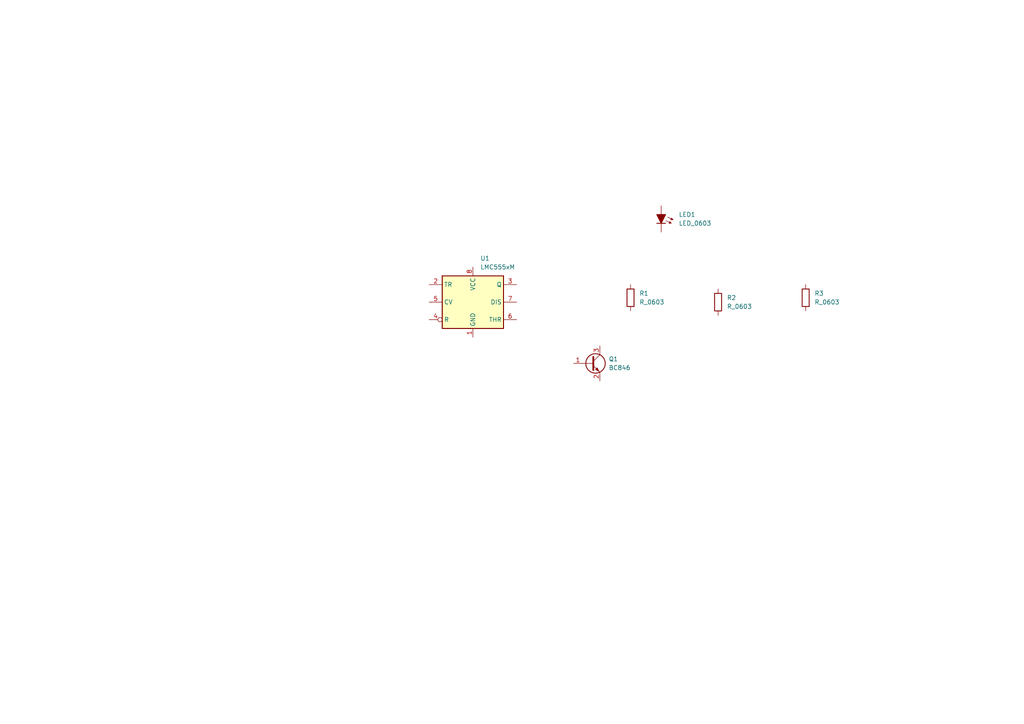
<source format=kicad_sch>
(kicad_sch (version 20250114) (generator "eeschema") (generator_version "9.0")
  (paper "A4")
  (lib_symbols
    (symbol "PCM_LED_AKL:LED_0603" (pin_numbers (hide yes)) (pin_names (offset 1.016) (hide yes))
      (property "Reference" "LED" (at 0 7.62 0))
      (property "Value" "LED_0603" (at 0 5.08 0))
      (symbol "LED_0603_0_1"
        (polyline (pts (xy -1.27 1.27) (xy -1.27 -1.27) (xy 1.27 0) (xy -1.27 1.27)) (stroke (width 0.254)) (fill (type outline)))
        (polyline (pts (xy -0.508 1.905) (xy 0.254 3.429)) (stroke (width 0.1524)))
        (polyline (pts (xy 0 2.921) (xy -0.254 3.048)) (stroke (width 0.1524)))
        (polyline (pts (xy 0 2.921) (xy 0.254 2.794)) (stroke (width 0.1524)))
        (polyline (pts (xy 0.254 2.794) (xy -0.254 3.048) (xy 0.254 3.429) (xy 0.254 2.794)) (stroke (width 0.1524)) (fill (type outline)))
        (polyline (pts (xy 0.508 1.397) (xy 1.27 2.921)) (stroke (width 0.1524)))
        (polyline (pts (xy 1.016 2.413) (xy 0.762 2.54)) (stroke (width 0.1524)))
        (polyline (pts (xy 1.016 2.413) (xy 1.27 2.286)) (stroke (width 0.1524)))
        (polyline (pts (xy 1.27 2.286) (xy 0.762 2.54) (xy 1.27 2.921) (xy 1.27 2.286)) (stroke (width 0.1524)) (fill (type outline)))
        (polyline (pts (xy 1.27 1.27) (xy 1.27 -1.27)) (stroke (width 0.254)))
        (polyline (pts (xy 1.27 0) (xy -1.27 0)))
      )
      (symbol "LED_0603_0_2"
        (polyline (pts (xy -2.54 -2.54) (xy 2.54 2.54)))
        (polyline (pts (xy -2.159 2.413) (xy -2.286 1.778) (xy -1.6764 1.9812) (xy -2.159 2.413)) (fill (type outline)))
        (polyline (pts (xy -1.651 0.889) (xy -2.159 2.413)))
        (polyline (pts (xy -1.016 2.794) (xy -1.143 2.159) (xy -0.5334 2.3622) (xy -1.016 2.794)) (fill (type outline)))
        (polyline (pts (xy -0.889 -0.889) (xy -1.778 0) (xy 0.889 0.889) (xy 0 -1.778) (xy -0.889 -0.889)) (stroke (width 0.254)) (fill (type outline)))
        (polyline (pts (xy -0.508 1.27) (xy -1.016 2.794)))
        (polyline (pts (xy 0 1.778) (xy 1.778 0)) (stroke (width 0.254)))
      )
      (symbol "LED_0603_1_1"
        (pin passive line (at -3.81 0 0) (length 2.54) (name "A") (number "2"))
        (pin passive line (at 3.81 0 180) (length 2.54) (name "K") (number "1"))
      )
      (symbol "LED_0603_1_2"
        (pin passive line (at -2.54 -2.54 0) (length 0) (name "A") (number "2"))
        (pin passive line (at 2.54 2.54 180) (length 0) (name "K") (number "1"))
      )
    )
    (symbol "PCM_Resistor_AKL:R_0603" (pin_numbers (hide yes)) (pin_names (offset 0))
      (property "Reference" "R" (at 2.54 1.27 0))
      (property "Value" "R_0603" (at 2.54 -1.27 0))
      (symbol "R_0603_0_1"
        (rectangle (start -1.016 2.54) (end 1.016 -2.54) (stroke (width 0.254)))
      )
      (symbol "R_0603_0_2"
        (polyline (pts (xy -2.54 -2.54) (xy -1.524 -1.524)))
        (polyline (pts (xy 1.524 1.524) (xy 2.54 2.54)))
        (polyline (pts (xy 1.524 1.524) (xy 0.889 2.159) (xy -2.159 -0.889) (xy -0.889 -2.159) (xy 2.159 0.889) (xy 1.524 1.524)) (stroke (width 0.254)))
      )
      (symbol "R_0603_1_1"
        (pin passive line (at 0 3.81 270) (length 1.27) (name "~") (number "1"))
        (pin passive line (at 0 -3.81 90) (length 1.27) (name "~") (number "2"))
      )
      (symbol "R_0603_1_2"
        (pin passive line (at -2.54 -2.54 0) (length 0) (name "") (number "2"))
        (pin passive line (at 2.54 2.54 180) (length 0) (name "") (number "1"))
      )
    )
    (symbol "Timer:LMC555xM"
      (property "Reference" "U" (at -10.16 8.89 0))
      (property "Value" "LMC555xM" (at 2.54 8.89 0))
      (symbol "LMC555xM_0_0"
        (pin power_in line (at 0 10.16 270) (length 2.54) (name "VCC") (number "8"))
        (pin power_in line (at 0 -10.16 90) (length 2.54) (name "GND") (number "1"))
      )
      (symbol "LMC555xM_0_1"
        (rectangle (start -8.89 -7.62) (end 8.89 7.62) (stroke (width 0.254)) (fill (type background)))
        (rectangle (start -8.89 -7.62) (end 8.89 7.62) (stroke (width 0.254)) (fill (type background)))
      )
      (symbol "LMC555xM_1_1"
        (pin input line (at -12.7 5.08 0) (length 3.81) (name "TR") (number "2"))
        (pin input line (at -12.7 0 0) (length 3.81) (name "CV") (number "5"))
        (pin input inverted (at -12.7 -5.08 0) (length 3.81) (name "R") (number "4"))
        (pin output line (at 12.7 5.08 180) (length 3.81) (name "Q") (number "3"))
        (pin input line (at 12.7 0 180) (length 3.81) (name "DIS") (number "7"))
        (pin input line (at 12.7 -5.08 180) (length 3.81) (name "THR") (number "6"))
      )
    )
    (symbol "Transistor_BJT:BC846" (pin_names (offset 0) (hide yes))
      (property "Reference" "Q" (at 5.08 1.905 0))
      (property "Value" "BC846" (at 5.08 0 0))
      (symbol "BC846_0_1"
        (polyline (pts (xy -2.54 0) (xy 0.635 0)))
        (polyline (pts (xy 0.635 1.905) (xy 0.635 -1.905)) (stroke (width 0.508)))
        (circle (center 1.27 0) (radius 2.8194) (stroke (width 0.254)))
      )
      (symbol "BC846_1_1"
        (polyline (pts (xy 0.635 0.635) (xy 2.54 2.54)))
        (polyline (pts (xy 0.635 -0.635) (xy 2.54 -2.54)))
        (polyline (pts (xy 1.27 -1.778) (xy 1.778 -1.27) (xy 2.286 -2.286) (xy 1.27 -1.778)) (fill (type outline)))
        (pin input line (at -5.08 0 0) (length 2.54) (name "B") (number "1"))
        (pin passive line (at 2.54 5.08 270) (length 2.54) (name "C") (number "3"))
        (pin passive line (at 2.54 -5.08 90) (length 2.54) (name "E") (number "2"))
      )
    )
  )
  (symbol (lib_id "PCM_LED_AKL:LED_0603") (at 191.77 63.5 270) (unit 1)
    (property "Reference" "LED1" (at 196.85 62.2299 90) (effects (justify left)))
    (property "Value" "LED_0603" (at 196.85 64.7699 90) (effects (justify left)))
    (property "Footprint" "PCM_LED_SMD_AKL:LED_0603_1608Metric" (effects (hide yes)))
    (property "Description" "SMD LED, 0603, Alternate KiCad Library" (effects (hide yes)))
  )
  (symbol (lib_id "PCM_Resistor_AKL:R_0603") (at 233.68 86.36 0) (unit 1)
    (property "Reference" "R3" (at 236.22 85.0899 0) (effects (justify left)))
    (property "Value" "R_0603" (at 236.22 87.6299 0) (effects (justify left)))
    (property "Footprint" "PCM_Resistor_SMD_AKL:R_0603_1608Metric" (effects (hide yes)))
    (property "Description" "SMD 0603 Chip Resistor, European Symbol, Alternate KiCad Library" (effects (hide yes)))
  )
  (symbol (lib_id "PCM_Resistor_AKL:R_0603") (at 182.88 86.36 0) (unit 1)
    (property "Reference" "R1" (at 185.42 85.0899 0) (effects (justify left)))
    (property "Value" "R_0603" (at 185.42 87.6299 0) (effects (justify left)))
    (property "Footprint" "PCM_Resistor_SMD_AKL:R_0603_1608Metric" (effects (hide yes)))
    (property "Description" "SMD 0603 Chip Resistor, European Symbol, Alternate KiCad Library" (effects (hide yes)))
  )
  (symbol (lib_id "Timer:LMC555xM") (at 137.16 87.63 0) (unit 1)
    (property "Reference" "U1" (at 139.3033 74.93 0) (effects (justify left)))
    (property "Value" "LMC555xM" (at 139.3033 77.47 0) (effects (justify left)))
    (property "Footprint" "Package_SO:SOIC-8_3.9x4.9mm_P1.27mm" (effects (hide yes)))
    (property "Datasheet" "http://www.ti.com/lit/ds/symlink/lmc555.pdf" (effects (hide yes)))
    (property "Description" "CMOS Timer, 555 compatible, SOIC-8" (effects (hide yes)))
  )
  (symbol (lib_id "Transistor_BJT:BC846") (at 171.45 105.41 0) (unit 1)
    (property "Reference" "Q1" (at 176.53 104.1399 0) (effects (justify left)))
    (property "Value" "BC846" (at 176.53 106.6799 0) (effects (justify left)))
    (property "Footprint" "Package_TO_SOT_SMD:SOT-23" (effects (hide yes)))
    (property "Datasheet" "https://assets.nexperia.com/documents/data-sheet/BC846_SER.pdf" (effects (hide yes)))
    (property "Description" "0.1A Ic, 65V Vce, NPN Transistor, SOT-23" (effects (hide yes)))
  )
  (symbol (lib_id "PCM_Resistor_AKL:R_0603") (at 208.28 87.63 0) (unit 1)
    (property "Reference" "R2" (at 210.82 86.3599 0) (effects (justify left)))
    (property "Value" "R_0603" (at 210.82 88.8999 0) (effects (justify left)))
    (property "Footprint" "PCM_Resistor_SMD_AKL:R_0603_1608Metric" (effects (hide yes)))
    (property "Description" "SMD 0603 Chip Resistor, European Symbol, Alternate KiCad Library" (effects (hide yes)))
  )
)
</source>
